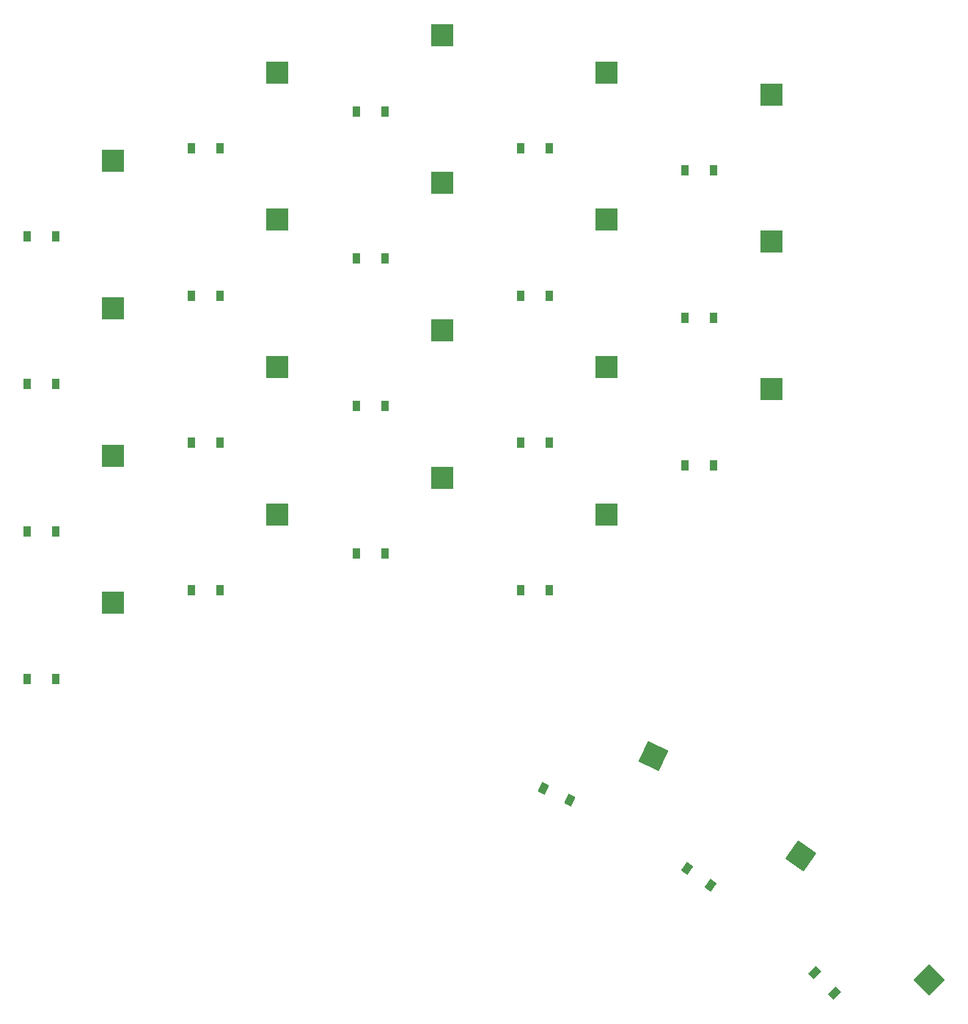
<source format=gbp>
G04 #@! TF.GenerationSoftware,KiCad,Pcbnew,8.0.1*
G04 #@! TF.CreationDate,2024-03-30T10:30:43-04:00*
G04 #@! TF.ProjectId,kipra-kicad,6b697072-612d-46b6-9963-61642e6b6963,v1.0.0*
G04 #@! TF.SameCoordinates,Original*
G04 #@! TF.FileFunction,Paste,Bot*
G04 #@! TF.FilePolarity,Positive*
%FSLAX46Y46*%
G04 Gerber Fmt 4.6, Leading zero omitted, Abs format (unit mm)*
G04 Created by KiCad (PCBNEW 8.0.1) date 2024-03-30 10:30:43*
%MOMM*%
%LPD*%
G01*
G04 APERTURE LIST*
G04 Aperture macros list*
%AMRotRect*
0 Rectangle, with rotation*
0 The origin of the aperture is its center*
0 $1 length*
0 $2 width*
0 $3 Rotation angle, in degrees counterclockwise*
0 Add horizontal line*
21,1,$1,$2,0,0,$3*%
G04 Aperture macros list end*
%ADD10R,2.600000X2.600000*%
%ADD11RotRect,2.600000X2.600000X315.000000*%
%ADD12RotRect,2.600000X2.600000X325.000000*%
%ADD13RotRect,2.600000X2.600000X335.000000*%
%ADD14R,0.900000X1.200000*%
%ADD15RotRect,0.900000X1.200000X315.000000*%
%ADD16RotRect,0.900000X1.200000X325.000000*%
%ADD17RotRect,0.900000X1.200000X335.000000*%
G04 APERTURE END LIST*
D10*
X107839702Y-95852060D03*
X107839703Y-78852061D03*
X107839702Y-61852057D03*
X107839702Y-44852060D03*
X126839700Y-85652055D03*
X126839704Y-68652056D03*
X126839704Y-51652053D03*
X126839707Y-34652059D03*
X145839703Y-81402060D03*
X145839700Y-64402056D03*
X145839705Y-47402059D03*
X145839701Y-30402059D03*
X164839700Y-85652056D03*
X164839701Y-68652059D03*
X164839703Y-51652057D03*
X164839707Y-34652059D03*
X183839700Y-71202058D03*
X183839700Y-54202060D03*
X183839704Y-37202060D03*
D11*
X202067665Y-139351723D03*
D12*
X187291301Y-125027948D03*
D13*
X170252129Y-113487685D03*
D14*
X101214707Y-104602056D03*
X97914707Y-104602056D03*
X101214704Y-87602059D03*
X97914704Y-87602059D03*
X101214709Y-70602059D03*
X97914709Y-70602059D03*
X101214705Y-53602057D03*
X97914705Y-53602057D03*
X120214705Y-94402054D03*
X116914705Y-94402054D03*
X120214704Y-77402058D03*
X116914704Y-77402058D03*
X120214706Y-60402060D03*
X116914706Y-60402060D03*
X120214706Y-43402055D03*
X116914706Y-43402055D03*
X139214707Y-90152058D03*
X135914707Y-90152058D03*
X139214705Y-73152062D03*
X135914705Y-73152062D03*
X139214703Y-56152059D03*
X135914703Y-56152059D03*
X139214704Y-39152057D03*
X135914704Y-39152057D03*
X158214707Y-94402057D03*
X154914707Y-94402057D03*
X158214707Y-77402055D03*
X154914707Y-77402055D03*
X158214705Y-60402059D03*
X154914705Y-60402059D03*
X158214703Y-43402054D03*
X154914703Y-43402054D03*
X177214704Y-79952057D03*
X173914704Y-79952057D03*
X177214700Y-62952058D03*
X173914700Y-62952058D03*
X177214700Y-45952056D03*
X173914700Y-45952056D03*
D15*
X191195893Y-140854317D03*
X188862441Y-138520865D03*
D16*
X176845629Y-128395584D03*
X174142427Y-126502782D03*
D17*
X160549936Y-118618029D03*
X157559120Y-117223389D03*
M02*

</source>
